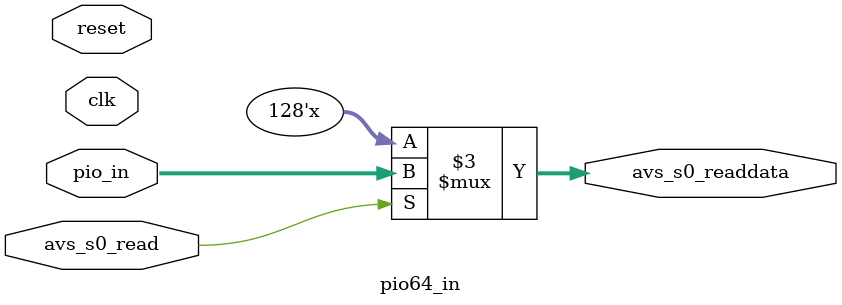
<source format=sv>
module pio64_in (
  input logic clk,
  input logic reset,

  input logic avs_s0_read,
  output logic [127:0] avs_s0_readdata,

  input logic [127:0] pio_in
);

always_comb begin
  if (avs_s0_read) begin
    avs_s0_readdata = pio_in;
  end else begin
    avs_s0_readdata = 'x;
  end
end

endmodule
</source>
